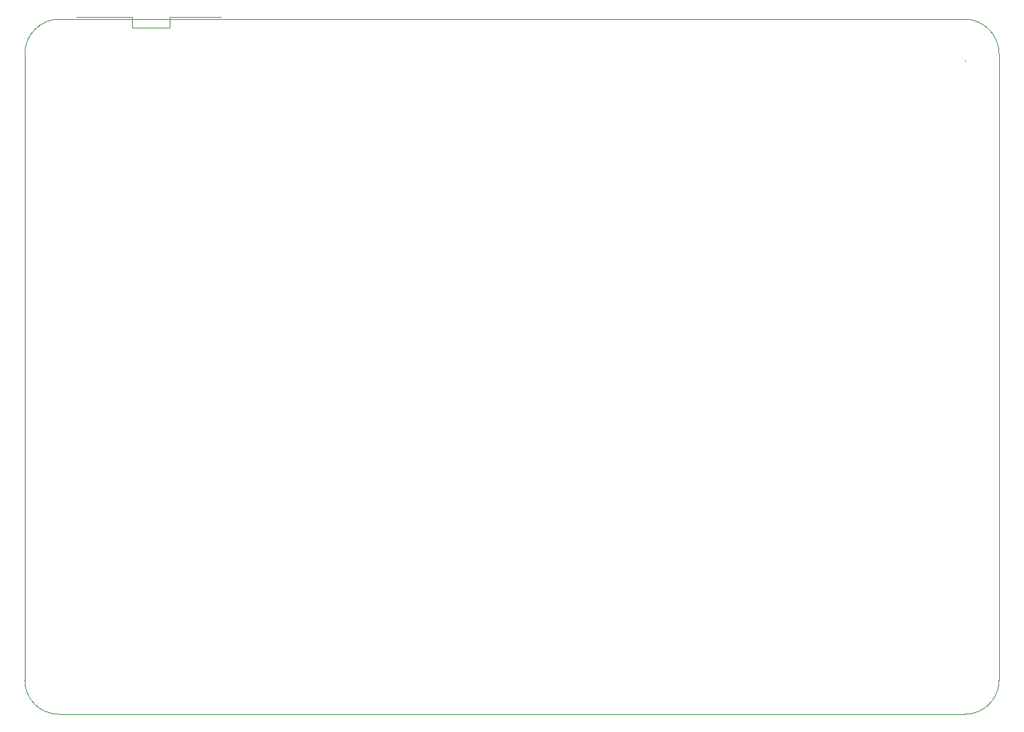
<source format=gbr>
G04 #@! TF.FileFunction,Profile,NP*
%FSLAX46Y46*%
G04 Gerber Fmt 4.6, Leading zero omitted, Abs format (unit mm)*
G04 Created by KiCad (PCBNEW 4.0.7) date 03/10/21 14:30:36*
%MOMM*%
%LPD*%
G01*
G04 APERTURE LIST*
%ADD10C,0.100000*%
%ADD11C,0.000100*%
G04 APERTURE END LIST*
D10*
X173457000Y-45180500D02*
X173457000Y-119899250D01*
X61332000Y-41055500D02*
X169332000Y-41055500D01*
X173457000Y-45180500D02*
G75*
G03X169332000Y-41055500I-4125000J0D01*
G01*
X169425750Y-123930500D02*
X61332000Y-123930500D01*
X169425750Y-123930500D02*
G75*
G03X173457000Y-119899250I0J4031250D01*
G01*
X57300750Y-119899250D02*
X57300750Y-45180500D01*
X57300750Y-119899250D02*
G75*
G03X61332000Y-123930500I4031250J0D01*
G01*
X61425750Y-41055500D02*
G75*
G03X57300750Y-45180500I0J-4125000D01*
G01*
X169392600Y-45974000D02*
X169443400Y-46024800D01*
D11*
X80650750Y-40805500D02*
X74550750Y-40805500D01*
X74550750Y-40805500D02*
X74550750Y-42105500D01*
X74550750Y-42105500D02*
X70050750Y-42105500D01*
X70050750Y-42105500D02*
X70050750Y-40805500D01*
X70050750Y-40805500D02*
X63450750Y-40805500D01*
M02*

</source>
